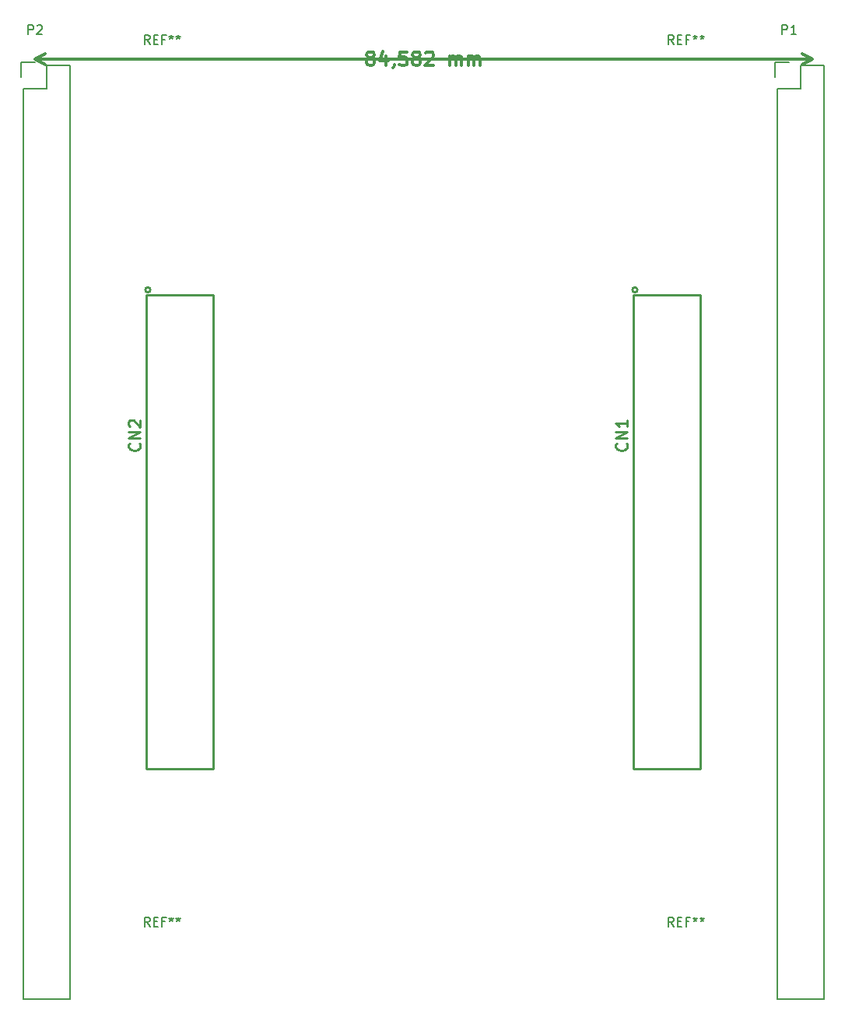
<source format=gbr>
G04 #@! TF.FileFunction,Legend,Top*
%FSLAX46Y46*%
G04 Gerber Fmt 4.6, Leading zero omitted, Abs format (unit mm)*
G04 Created by KiCad (PCBNEW (2015-08-03 BZR 6041)-product) date Thu 09 Jun 2016 21:10:09 CEST*
%MOMM*%
G01*
G04 APERTURE LIST*
%ADD10C,0.100000*%
%ADD11C,0.300000*%
%ADD12C,0.254000*%
%ADD13C,0.150000*%
G04 APERTURE END LIST*
D10*
D11*
X137880830Y-60141429D02*
X137737972Y-60070000D01*
X137666544Y-59998571D01*
X137595115Y-59855714D01*
X137595115Y-59784286D01*
X137666544Y-59641429D01*
X137737972Y-59570000D01*
X137880830Y-59498571D01*
X138166544Y-59498571D01*
X138309401Y-59570000D01*
X138380830Y-59641429D01*
X138452258Y-59784286D01*
X138452258Y-59855714D01*
X138380830Y-59998571D01*
X138309401Y-60070000D01*
X138166544Y-60141429D01*
X137880830Y-60141429D01*
X137737972Y-60212857D01*
X137666544Y-60284286D01*
X137595115Y-60427143D01*
X137595115Y-60712857D01*
X137666544Y-60855714D01*
X137737972Y-60927143D01*
X137880830Y-60998571D01*
X138166544Y-60998571D01*
X138309401Y-60927143D01*
X138380830Y-60855714D01*
X138452258Y-60712857D01*
X138452258Y-60427143D01*
X138380830Y-60284286D01*
X138309401Y-60212857D01*
X138166544Y-60141429D01*
X139737972Y-59998571D02*
X139737972Y-60998571D01*
X139380829Y-59427143D02*
X139023686Y-60498571D01*
X139952258Y-60498571D01*
X140595114Y-60927143D02*
X140595114Y-60998571D01*
X140523686Y-61141429D01*
X140452257Y-61212857D01*
X141952258Y-59498571D02*
X141237972Y-59498571D01*
X141166543Y-60212857D01*
X141237972Y-60141429D01*
X141380829Y-60070000D01*
X141737972Y-60070000D01*
X141880829Y-60141429D01*
X141952258Y-60212857D01*
X142023686Y-60355714D01*
X142023686Y-60712857D01*
X141952258Y-60855714D01*
X141880829Y-60927143D01*
X141737972Y-60998571D01*
X141380829Y-60998571D01*
X141237972Y-60927143D01*
X141166543Y-60855714D01*
X142880829Y-60141429D02*
X142737971Y-60070000D01*
X142666543Y-59998571D01*
X142595114Y-59855714D01*
X142595114Y-59784286D01*
X142666543Y-59641429D01*
X142737971Y-59570000D01*
X142880829Y-59498571D01*
X143166543Y-59498571D01*
X143309400Y-59570000D01*
X143380829Y-59641429D01*
X143452257Y-59784286D01*
X143452257Y-59855714D01*
X143380829Y-59998571D01*
X143309400Y-60070000D01*
X143166543Y-60141429D01*
X142880829Y-60141429D01*
X142737971Y-60212857D01*
X142666543Y-60284286D01*
X142595114Y-60427143D01*
X142595114Y-60712857D01*
X142666543Y-60855714D01*
X142737971Y-60927143D01*
X142880829Y-60998571D01*
X143166543Y-60998571D01*
X143309400Y-60927143D01*
X143380829Y-60855714D01*
X143452257Y-60712857D01*
X143452257Y-60427143D01*
X143380829Y-60284286D01*
X143309400Y-60212857D01*
X143166543Y-60141429D01*
X144023685Y-59641429D02*
X144095114Y-59570000D01*
X144237971Y-59498571D01*
X144595114Y-59498571D01*
X144737971Y-59570000D01*
X144809400Y-59641429D01*
X144880828Y-59784286D01*
X144880828Y-59927143D01*
X144809400Y-60141429D01*
X143952257Y-60998571D01*
X144880828Y-60998571D01*
X146666542Y-60998571D02*
X146666542Y-59998571D01*
X146666542Y-60141429D02*
X146737970Y-60070000D01*
X146880828Y-59998571D01*
X147095113Y-59998571D01*
X147237970Y-60070000D01*
X147309399Y-60212857D01*
X147309399Y-60998571D01*
X147309399Y-60212857D02*
X147380828Y-60070000D01*
X147523685Y-59998571D01*
X147737970Y-59998571D01*
X147880828Y-60070000D01*
X147952256Y-60212857D01*
X147952256Y-60998571D01*
X148666542Y-60998571D02*
X148666542Y-59998571D01*
X148666542Y-60141429D02*
X148737970Y-60070000D01*
X148880828Y-59998571D01*
X149095113Y-59998571D01*
X149237970Y-60070000D01*
X149309399Y-60212857D01*
X149309399Y-60998571D01*
X149309399Y-60212857D02*
X149380828Y-60070000D01*
X149523685Y-59998571D01*
X149737970Y-59998571D01*
X149880828Y-60070000D01*
X149952256Y-60212857D01*
X149952256Y-60998571D01*
X101518400Y-60320000D02*
X186100400Y-60320000D01*
X101518400Y-60320000D02*
X101518400Y-60320000D01*
X186100400Y-60320000D02*
X186100400Y-60320000D01*
X186100400Y-60320000D02*
X184973896Y-60906421D01*
X186100400Y-60320000D02*
X184973896Y-59733579D01*
X101518400Y-60320000D02*
X102644904Y-60906421D01*
X101518400Y-60320000D02*
X102644904Y-59733579D01*
D12*
X167075981Y-85407500D02*
G75*
G03X167075981Y-85407500I-283981J0D01*
G01*
X173904000Y-85979000D02*
X173904000Y-137468000D01*
X173904000Y-137541000D02*
X166665000Y-137541000D01*
X166665000Y-137468000D02*
X166665000Y-85979000D01*
X166665000Y-85979000D02*
X173904000Y-85979000D01*
X114075981Y-85407500D02*
G75*
G03X114075981Y-85407500I-283981J0D01*
G01*
X120904000Y-85979000D02*
X120904000Y-137468000D01*
X120904000Y-137541000D02*
X113665000Y-137541000D01*
X113665000Y-137468000D02*
X113665000Y-85979000D01*
X113665000Y-85979000D02*
X120904000Y-85979000D01*
D13*
X187370000Y-60960000D02*
X187370000Y-162560000D01*
X182290000Y-162560000D02*
X182290000Y-63500000D01*
X187370000Y-162560000D02*
X182290000Y-162560000D01*
X187370000Y-60960000D02*
X184830000Y-60960000D01*
X183560000Y-60680000D02*
X182010000Y-60680000D01*
X184830000Y-60960000D02*
X184830000Y-63500000D01*
X184830000Y-63500000D02*
X182290000Y-63500000D01*
X182010000Y-60680000D02*
X182010000Y-62230000D01*
X105330000Y-60960000D02*
X105330000Y-162560000D01*
X100250000Y-162560000D02*
X100250000Y-63500000D01*
X105330000Y-162560000D02*
X100250000Y-162560000D01*
X105330000Y-60960000D02*
X102790000Y-60960000D01*
X101520000Y-60680000D02*
X99970000Y-60680000D01*
X102790000Y-60960000D02*
X102790000Y-63500000D01*
X102790000Y-63500000D02*
X100250000Y-63500000D01*
X99970000Y-60680000D02*
X99970000Y-62230000D01*
D12*
X165848571Y-102095905D02*
X165909048Y-102156381D01*
X165969524Y-102337810D01*
X165969524Y-102458762D01*
X165909048Y-102640190D01*
X165788095Y-102761143D01*
X165667143Y-102821619D01*
X165425238Y-102882095D01*
X165243810Y-102882095D01*
X165001905Y-102821619D01*
X164880952Y-102761143D01*
X164760000Y-102640190D01*
X164699524Y-102458762D01*
X164699524Y-102337810D01*
X164760000Y-102156381D01*
X164820476Y-102095905D01*
X165969524Y-101551619D02*
X164699524Y-101551619D01*
X165969524Y-100825905D01*
X164699524Y-100825905D01*
X165969524Y-99555905D02*
X165969524Y-100281619D01*
X165969524Y-99918762D02*
X164699524Y-99918762D01*
X164880952Y-100039714D01*
X165001905Y-100160667D01*
X165062381Y-100281619D01*
X112848571Y-102095905D02*
X112909048Y-102156381D01*
X112969524Y-102337810D01*
X112969524Y-102458762D01*
X112909048Y-102640190D01*
X112788095Y-102761143D01*
X112667143Y-102821619D01*
X112425238Y-102882095D01*
X112243810Y-102882095D01*
X112001905Y-102821619D01*
X111880952Y-102761143D01*
X111760000Y-102640190D01*
X111699524Y-102458762D01*
X111699524Y-102337810D01*
X111760000Y-102156381D01*
X111820476Y-102095905D01*
X112969524Y-101551619D02*
X111699524Y-101551619D01*
X112969524Y-100825905D01*
X111699524Y-100825905D01*
X111820476Y-100281619D02*
X111760000Y-100221143D01*
X111699524Y-100100191D01*
X111699524Y-99797810D01*
X111760000Y-99676857D01*
X111820476Y-99616381D01*
X111941429Y-99555905D01*
X112062381Y-99555905D01*
X112243810Y-99616381D01*
X112969524Y-100342095D01*
X112969524Y-99555905D01*
D13*
X182821905Y-57582381D02*
X182821905Y-56582381D01*
X183202858Y-56582381D01*
X183298096Y-56630000D01*
X183345715Y-56677619D01*
X183393334Y-56772857D01*
X183393334Y-56915714D01*
X183345715Y-57010952D01*
X183298096Y-57058571D01*
X183202858Y-57106190D01*
X182821905Y-57106190D01*
X184345715Y-57582381D02*
X183774286Y-57582381D01*
X184060000Y-57582381D02*
X184060000Y-56582381D01*
X183964762Y-56725238D01*
X183869524Y-56820476D01*
X183774286Y-56868095D01*
X100781905Y-57582381D02*
X100781905Y-56582381D01*
X101162858Y-56582381D01*
X101258096Y-56630000D01*
X101305715Y-56677619D01*
X101353334Y-56772857D01*
X101353334Y-56915714D01*
X101305715Y-57010952D01*
X101258096Y-57058571D01*
X101162858Y-57106190D01*
X100781905Y-57106190D01*
X101734286Y-56677619D02*
X101781905Y-56630000D01*
X101877143Y-56582381D01*
X102115239Y-56582381D01*
X102210477Y-56630000D01*
X102258096Y-56677619D01*
X102305715Y-56772857D01*
X102305715Y-56868095D01*
X102258096Y-57010952D01*
X101686667Y-57582381D01*
X102305715Y-57582381D01*
X114006547Y-58682641D02*
X113673213Y-58206450D01*
X113435118Y-58682641D02*
X113435118Y-57682641D01*
X113816071Y-57682641D01*
X113911309Y-57730260D01*
X113958928Y-57777879D01*
X114006547Y-57873117D01*
X114006547Y-58015974D01*
X113958928Y-58111212D01*
X113911309Y-58158831D01*
X113816071Y-58206450D01*
X113435118Y-58206450D01*
X114435118Y-58158831D02*
X114768452Y-58158831D01*
X114911309Y-58682641D02*
X114435118Y-58682641D01*
X114435118Y-57682641D01*
X114911309Y-57682641D01*
X115673214Y-58158831D02*
X115339880Y-58158831D01*
X115339880Y-58682641D02*
X115339880Y-57682641D01*
X115816071Y-57682641D01*
X116339880Y-57682641D02*
X116339880Y-57920736D01*
X116101785Y-57825498D02*
X116339880Y-57920736D01*
X116577976Y-57825498D01*
X116197023Y-58111212D02*
X116339880Y-57920736D01*
X116482738Y-58111212D01*
X117101785Y-57682641D02*
X117101785Y-57920736D01*
X116863690Y-57825498D02*
X117101785Y-57920736D01*
X117339881Y-57825498D01*
X116958928Y-58111212D02*
X117101785Y-57920736D01*
X117244643Y-58111212D01*
X171006547Y-58682641D02*
X170673213Y-58206450D01*
X170435118Y-58682641D02*
X170435118Y-57682641D01*
X170816071Y-57682641D01*
X170911309Y-57730260D01*
X170958928Y-57777879D01*
X171006547Y-57873117D01*
X171006547Y-58015974D01*
X170958928Y-58111212D01*
X170911309Y-58158831D01*
X170816071Y-58206450D01*
X170435118Y-58206450D01*
X171435118Y-58158831D02*
X171768452Y-58158831D01*
X171911309Y-58682641D02*
X171435118Y-58682641D01*
X171435118Y-57682641D01*
X171911309Y-57682641D01*
X172673214Y-58158831D02*
X172339880Y-58158831D01*
X172339880Y-58682641D02*
X172339880Y-57682641D01*
X172816071Y-57682641D01*
X173339880Y-57682641D02*
X173339880Y-57920736D01*
X173101785Y-57825498D02*
X173339880Y-57920736D01*
X173577976Y-57825498D01*
X173197023Y-58111212D02*
X173339880Y-57920736D01*
X173482738Y-58111212D01*
X174101785Y-57682641D02*
X174101785Y-57920736D01*
X173863690Y-57825498D02*
X174101785Y-57920736D01*
X174339881Y-57825498D01*
X173958928Y-58111212D02*
X174101785Y-57920736D01*
X174244643Y-58111212D01*
X114006547Y-154672641D02*
X113673213Y-154196450D01*
X113435118Y-154672641D02*
X113435118Y-153672641D01*
X113816071Y-153672641D01*
X113911309Y-153720260D01*
X113958928Y-153767879D01*
X114006547Y-153863117D01*
X114006547Y-154005974D01*
X113958928Y-154101212D01*
X113911309Y-154148831D01*
X113816071Y-154196450D01*
X113435118Y-154196450D01*
X114435118Y-154148831D02*
X114768452Y-154148831D01*
X114911309Y-154672641D02*
X114435118Y-154672641D01*
X114435118Y-153672641D01*
X114911309Y-153672641D01*
X115673214Y-154148831D02*
X115339880Y-154148831D01*
X115339880Y-154672641D02*
X115339880Y-153672641D01*
X115816071Y-153672641D01*
X116339880Y-153672641D02*
X116339880Y-153910736D01*
X116101785Y-153815498D02*
X116339880Y-153910736D01*
X116577976Y-153815498D01*
X116197023Y-154101212D02*
X116339880Y-153910736D01*
X116482738Y-154101212D01*
X117101785Y-153672641D02*
X117101785Y-153910736D01*
X116863690Y-153815498D02*
X117101785Y-153910736D01*
X117339881Y-153815498D01*
X116958928Y-154101212D02*
X117101785Y-153910736D01*
X117244643Y-154101212D01*
X171006547Y-154672641D02*
X170673213Y-154196450D01*
X170435118Y-154672641D02*
X170435118Y-153672641D01*
X170816071Y-153672641D01*
X170911309Y-153720260D01*
X170958928Y-153767879D01*
X171006547Y-153863117D01*
X171006547Y-154005974D01*
X170958928Y-154101212D01*
X170911309Y-154148831D01*
X170816071Y-154196450D01*
X170435118Y-154196450D01*
X171435118Y-154148831D02*
X171768452Y-154148831D01*
X171911309Y-154672641D02*
X171435118Y-154672641D01*
X171435118Y-153672641D01*
X171911309Y-153672641D01*
X172673214Y-154148831D02*
X172339880Y-154148831D01*
X172339880Y-154672641D02*
X172339880Y-153672641D01*
X172816071Y-153672641D01*
X173339880Y-153672641D02*
X173339880Y-153910736D01*
X173101785Y-153815498D02*
X173339880Y-153910736D01*
X173577976Y-153815498D01*
X173197023Y-154101212D02*
X173339880Y-153910736D01*
X173482738Y-154101212D01*
X174101785Y-153672641D02*
X174101785Y-153910736D01*
X173863690Y-153815498D02*
X174101785Y-153910736D01*
X174339881Y-153815498D01*
X173958928Y-154101212D02*
X174101785Y-153910736D01*
X174244643Y-154101212D01*
X171006547Y-58682641D02*
X170673213Y-58206450D01*
X170435118Y-58682641D02*
X170435118Y-57682641D01*
X170816071Y-57682641D01*
X170911309Y-57730260D01*
X170958928Y-57777879D01*
X171006547Y-57873117D01*
X171006547Y-58015974D01*
X170958928Y-58111212D01*
X170911309Y-58158831D01*
X170816071Y-58206450D01*
X170435118Y-58206450D01*
X171435118Y-58158831D02*
X171768452Y-58158831D01*
X171911309Y-58682641D02*
X171435118Y-58682641D01*
X171435118Y-57682641D01*
X171911309Y-57682641D01*
X172673214Y-58158831D02*
X172339880Y-58158831D01*
X172339880Y-58682641D02*
X172339880Y-57682641D01*
X172816071Y-57682641D01*
X173339880Y-57682641D02*
X173339880Y-57920736D01*
X173101785Y-57825498D02*
X173339880Y-57920736D01*
X173577976Y-57825498D01*
X173197023Y-58111212D02*
X173339880Y-57920736D01*
X173482738Y-58111212D01*
X174101785Y-57682641D02*
X174101785Y-57920736D01*
X173863690Y-57825498D02*
X174101785Y-57920736D01*
X174339881Y-57825498D01*
X173958928Y-58111212D02*
X174101785Y-57920736D01*
X174244643Y-58111212D01*
X114006547Y-58682641D02*
X113673213Y-58206450D01*
X113435118Y-58682641D02*
X113435118Y-57682641D01*
X113816071Y-57682641D01*
X113911309Y-57730260D01*
X113958928Y-57777879D01*
X114006547Y-57873117D01*
X114006547Y-58015974D01*
X113958928Y-58111212D01*
X113911309Y-58158831D01*
X113816071Y-58206450D01*
X113435118Y-58206450D01*
X114435118Y-58158831D02*
X114768452Y-58158831D01*
X114911309Y-58682641D02*
X114435118Y-58682641D01*
X114435118Y-57682641D01*
X114911309Y-57682641D01*
X115673214Y-58158831D02*
X115339880Y-58158831D01*
X115339880Y-58682641D02*
X115339880Y-57682641D01*
X115816071Y-57682641D01*
X116339880Y-57682641D02*
X116339880Y-57920736D01*
X116101785Y-57825498D02*
X116339880Y-57920736D01*
X116577976Y-57825498D01*
X116197023Y-58111212D02*
X116339880Y-57920736D01*
X116482738Y-58111212D01*
X117101785Y-57682641D02*
X117101785Y-57920736D01*
X116863690Y-57825498D02*
X117101785Y-57920736D01*
X117339881Y-57825498D01*
X116958928Y-58111212D02*
X117101785Y-57920736D01*
X117244643Y-58111212D01*
X171006547Y-154672641D02*
X170673213Y-154196450D01*
X170435118Y-154672641D02*
X170435118Y-153672641D01*
X170816071Y-153672641D01*
X170911309Y-153720260D01*
X170958928Y-153767879D01*
X171006547Y-153863117D01*
X171006547Y-154005974D01*
X170958928Y-154101212D01*
X170911309Y-154148831D01*
X170816071Y-154196450D01*
X170435118Y-154196450D01*
X171435118Y-154148831D02*
X171768452Y-154148831D01*
X171911309Y-154672641D02*
X171435118Y-154672641D01*
X171435118Y-153672641D01*
X171911309Y-153672641D01*
X172673214Y-154148831D02*
X172339880Y-154148831D01*
X172339880Y-154672641D02*
X172339880Y-153672641D01*
X172816071Y-153672641D01*
X173339880Y-153672641D02*
X173339880Y-153910736D01*
X173101785Y-153815498D02*
X173339880Y-153910736D01*
X173577976Y-153815498D01*
X173197023Y-154101212D02*
X173339880Y-153910736D01*
X173482738Y-154101212D01*
X174101785Y-153672641D02*
X174101785Y-153910736D01*
X173863690Y-153815498D02*
X174101785Y-153910736D01*
X174339881Y-153815498D01*
X173958928Y-154101212D02*
X174101785Y-153910736D01*
X174244643Y-154101212D01*
X114006547Y-154672641D02*
X113673213Y-154196450D01*
X113435118Y-154672641D02*
X113435118Y-153672641D01*
X113816071Y-153672641D01*
X113911309Y-153720260D01*
X113958928Y-153767879D01*
X114006547Y-153863117D01*
X114006547Y-154005974D01*
X113958928Y-154101212D01*
X113911309Y-154148831D01*
X113816071Y-154196450D01*
X113435118Y-154196450D01*
X114435118Y-154148831D02*
X114768452Y-154148831D01*
X114911309Y-154672641D02*
X114435118Y-154672641D01*
X114435118Y-153672641D01*
X114911309Y-153672641D01*
X115673214Y-154148831D02*
X115339880Y-154148831D01*
X115339880Y-154672641D02*
X115339880Y-153672641D01*
X115816071Y-153672641D01*
X116339880Y-153672641D02*
X116339880Y-153910736D01*
X116101785Y-153815498D02*
X116339880Y-153910736D01*
X116577976Y-153815498D01*
X116197023Y-154101212D02*
X116339880Y-153910736D01*
X116482738Y-154101212D01*
X117101785Y-153672641D02*
X117101785Y-153910736D01*
X116863690Y-153815498D02*
X117101785Y-153910736D01*
X117339881Y-153815498D01*
X116958928Y-154101212D02*
X117101785Y-153910736D01*
X117244643Y-154101212D01*
M02*

</source>
